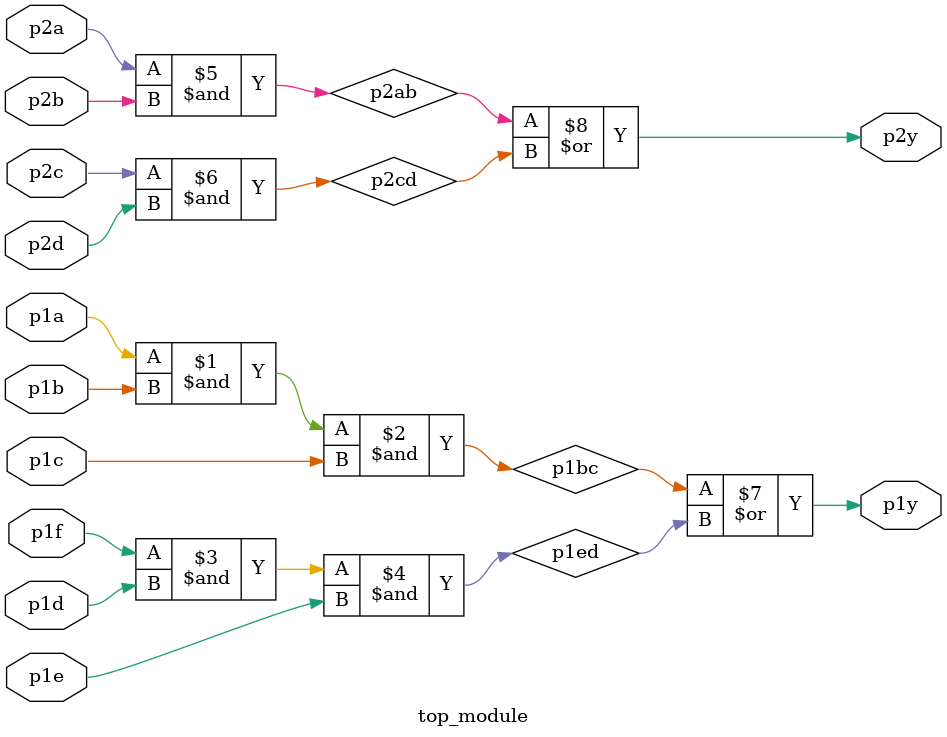
<source format=v>
module top_module ( 
    input p1a, p1b, p1c, p1d, p1e, p1f,
    output p1y,
    input p2a, p2b, p2c, p2d,
    output p2y );
    wire p1bc,p1ed,p2ab,p2cd;
    assign p1bc = p1a&p1b&p1c;
    assign p1ed = p1f&p1d&p1e;
    assign p2ab = p2a&p2b;
    assign p2cd = p2c&p2d;
    assign p1y = p1bc | p1ed;
    assign p2y = p2ab | p2cd;
    //assign p1y = (p1a&p1c&p1b) | (p1f&p1e&p1d);
    //assign p2y = (p2a&p2b)|(p2c&p2d);

endmodule

</source>
